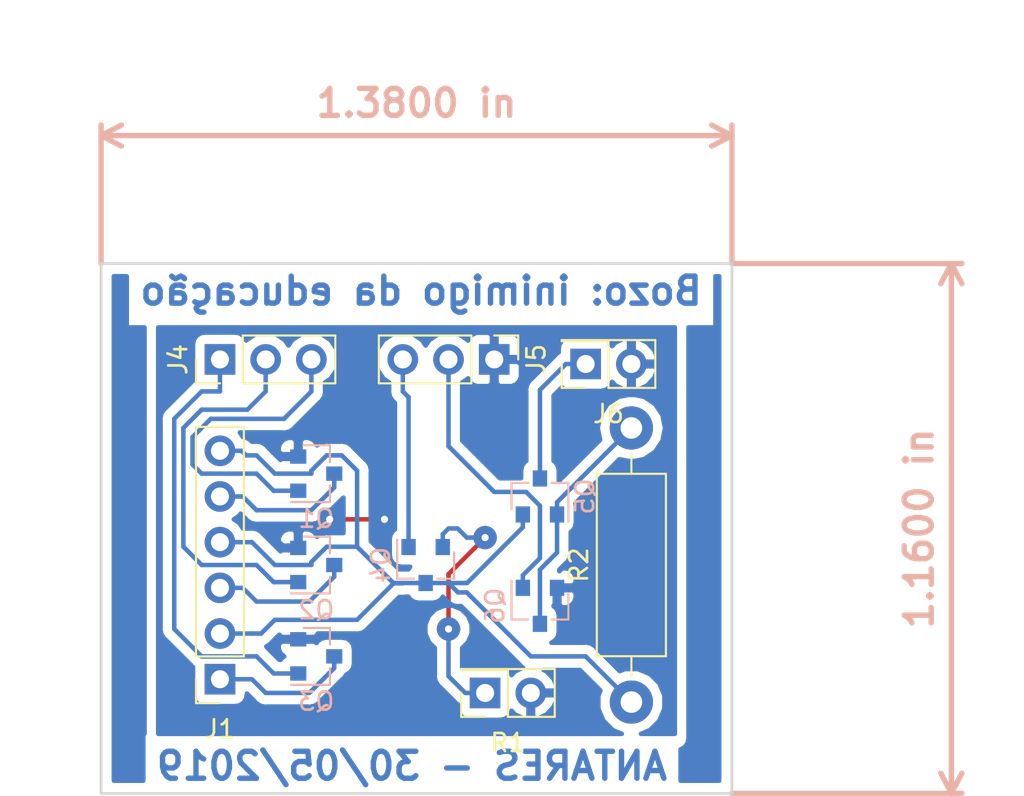
<source format=kicad_pcb>
(kicad_pcb (version 20171130) (host pcbnew 5.0.2-bee76a0~70~ubuntu16.04.1)

  (general
    (thickness 1.6)
    (drawings 8)
    (tracks 121)
    (zones 0)
    (modules 12)
    (nets 14)
  )

  (page A4)
  (layers
    (0 F.Cu signal)
    (31 B.Cu signal)
    (32 B.Adhes user)
    (33 F.Adhes user)
    (34 B.Paste user)
    (35 F.Paste user)
    (36 B.SilkS user)
    (37 F.SilkS user)
    (38 B.Mask user)
    (39 F.Mask user)
    (40 Dwgs.User user)
    (41 Cmts.User user)
    (42 Eco1.User user)
    (43 Eco2.User user)
    (44 Edge.Cuts user)
    (45 Margin user)
    (46 B.CrtYd user)
    (47 F.CrtYd user)
    (48 B.Fab user)
    (49 F.Fab user)
  )

  (setup
    (last_trace_width 0.25)
    (trace_clearance 0.2)
    (zone_clearance 0.508)
    (zone_45_only no)
    (trace_min 0.2)
    (segment_width 0.2)
    (edge_width 0.15)
    (via_size 0.8)
    (via_drill 0.4)
    (via_min_size 0.4)
    (via_min_drill 0.3)
    (uvia_size 0.3)
    (uvia_drill 0.1)
    (uvias_allowed no)
    (uvia_min_size 0.2)
    (uvia_min_drill 0.1)
    (pcb_text_width 0.3)
    (pcb_text_size 1.5 1.5)
    (mod_edge_width 0.15)
    (mod_text_size 1 1)
    (mod_text_width 0.15)
    (pad_size 1.524 1.524)
    (pad_drill 0.762)
    (pad_to_mask_clearance 0.051)
    (solder_mask_min_width 0.25)
    (aux_axis_origin 0 0)
    (visible_elements FFFFFF7F)
    (pcbplotparams
      (layerselection 0x010fc_ffffffff)
      (usegerberextensions false)
      (usegerberattributes false)
      (usegerberadvancedattributes false)
      (creategerberjobfile false)
      (excludeedgelayer true)
      (linewidth 0.100000)
      (plotframeref false)
      (viasonmask false)
      (mode 1)
      (useauxorigin false)
      (hpglpennumber 1)
      (hpglpenspeed 20)
      (hpglpendiameter 15.000000)
      (psnegative false)
      (psa4output false)
      (plotreference true)
      (plotvalue true)
      (plotinvisibletext false)
      (padsonsilk false)
      (subtractmaskfromsilk false)
      (outputformat 1)
      (mirror false)
      (drillshape 1)
      (scaleselection 1)
      (outputdirectory ""))
  )

  (net 0 "")
  (net 1 SollarCell3)
  (net 2 SollarCell2)
  (net 3 SollarCell1)
  (net 4 IO_SHUNT)
  (net 5 IO_HARV)
  (net 6 GND)
  (net 7 "Net-(J6-Pad1)")
  (net 8 SHUNT)
  (net 9 "Net-(Q5-Pad1)")
  (net 10 cell3-)
  (net 11 cell1+)
  (net 12 cell2-)
  (net 13 cell1-)

  (net_class Default "This is the default net class."
    (clearance 0.2)
    (trace_width 0.25)
    (via_dia 0.8)
    (via_drill 0.4)
    (uvia_dia 0.3)
    (uvia_drill 0.1)
    (add_net GND)
    (add_net IO_HARV)
    (add_net IO_SHUNT)
    (add_net "Net-(J6-Pad1)")
    (add_net "Net-(Q5-Pad1)")
    (add_net SHUNT)
    (add_net SollarCell1)
    (add_net SollarCell2)
    (add_net SollarCell3)
    (add_net cell1+)
    (add_net cell1-)
    (add_net cell2-)
    (add_net cell3-)
  )

  (module Connector_PinSocket_2.54mm:PinSocket_2x01_P2.54mm_Vertical (layer F.Cu) (tedit 5A19A420) (tstamp 5CFB7C97)
    (at 144.78 87.884 180)
    (descr "Through hole straight socket strip, 2x01, 2.54mm pitch, double cols (from Kicad 4.0.7), script generated")
    (tags "Through hole socket strip THT 2x01 2.54mm double row")
    (path /5CEEF696)
    (fp_text reference J6 (at -1.27 -2.77 180) (layer F.SilkS)
      (effects (font (size 1 1) (thickness 0.15)))
    )
    (fp_text value LOAD (at -1.27 2.77 180) (layer F.Fab)
      (effects (font (size 1 1) (thickness 0.15)))
    )
    (fp_text user %R (at -1.27 0 180) (layer F.Fab)
      (effects (font (size 1 1) (thickness 0.15)))
    )
    (fp_line (start -4.34 1.75) (end -4.34 -1.8) (layer F.CrtYd) (width 0.05))
    (fp_line (start 1.76 1.75) (end -4.34 1.75) (layer F.CrtYd) (width 0.05))
    (fp_line (start 1.76 -1.8) (end 1.76 1.75) (layer F.CrtYd) (width 0.05))
    (fp_line (start -4.34 -1.8) (end 1.76 -1.8) (layer F.CrtYd) (width 0.05))
    (fp_line (start 0 -1.33) (end 1.33 -1.33) (layer F.SilkS) (width 0.12))
    (fp_line (start 1.33 -1.33) (end 1.33 0) (layer F.SilkS) (width 0.12))
    (fp_line (start -1.27 -1.33) (end -1.27 1.27) (layer F.SilkS) (width 0.12))
    (fp_line (start -1.27 1.27) (end 1.33 1.27) (layer F.SilkS) (width 0.12))
    (fp_line (start 1.33 1.27) (end 1.33 1.33) (layer F.SilkS) (width 0.12))
    (fp_line (start -3.87 1.33) (end 1.33 1.33) (layer F.SilkS) (width 0.12))
    (fp_line (start -3.87 -1.33) (end -3.87 1.33) (layer F.SilkS) (width 0.12))
    (fp_line (start -3.87 -1.33) (end -1.27 -1.33) (layer F.SilkS) (width 0.12))
    (fp_line (start -3.81 1.27) (end -3.81 -1.27) (layer F.Fab) (width 0.1))
    (fp_line (start 1.27 1.27) (end -3.81 1.27) (layer F.Fab) (width 0.1))
    (fp_line (start 1.27 -0.635) (end 1.27 1.27) (layer F.Fab) (width 0.1))
    (fp_line (start 0.635 -1.27) (end 1.27 -0.635) (layer F.Fab) (width 0.1))
    (fp_line (start -3.81 -1.27) (end 0.635 -1.27) (layer F.Fab) (width 0.1))
    (pad 2 thru_hole oval (at -2.54 0 180) (size 1.7 1.7) (drill 1) (layers *.Cu *.Mask)
      (net 6 GND))
    (pad 1 thru_hole rect (at 0 0 180) (size 1.7 1.7) (drill 1) (layers *.Cu *.Mask)
      (net 7 "Net-(J6-Pad1)"))
    (model ${KISYS3DMOD}/Connector_PinSocket_2.54mm.3dshapes/PinSocket_2x01_P2.54mm_Vertical.wrl
      (at (xyz 0 0 0))
      (scale (xyz 1 1 1))
      (rotate (xyz 0 0 0))
    )
  )

  (module Package_TO_SOT_SMD:SOT-23 (layer B.Cu) (tedit 5A02FF57) (tstamp 5CFB7CAC)
    (at 129.81 93.98)
    (descr "SOT-23, Standard")
    (tags SOT-23)
    (path /5CEFBD52)
    (attr smd)
    (fp_text reference Q1 (at 0 2.5) (layer B.SilkS)
      (effects (font (size 1 1) (thickness 0.15)) (justify mirror))
    )
    (fp_text value Q_NMOS_GSD (at 0 -2.5) (layer B.Fab)
      (effects (font (size 1 1) (thickness 0.15)) (justify mirror))
    )
    (fp_text user %R (at 0 0 -90) (layer B.Fab)
      (effects (font (size 0.5 0.5) (thickness 0.075)) (justify mirror))
    )
    (fp_line (start -0.7 0.95) (end -0.7 -1.5) (layer B.Fab) (width 0.1))
    (fp_line (start -0.15 1.52) (end 0.7 1.52) (layer B.Fab) (width 0.1))
    (fp_line (start -0.7 0.95) (end -0.15 1.52) (layer B.Fab) (width 0.1))
    (fp_line (start 0.7 1.52) (end 0.7 -1.52) (layer B.Fab) (width 0.1))
    (fp_line (start -0.7 -1.52) (end 0.7 -1.52) (layer B.Fab) (width 0.1))
    (fp_line (start 0.76 -1.58) (end 0.76 -0.65) (layer B.SilkS) (width 0.12))
    (fp_line (start 0.76 1.58) (end 0.76 0.65) (layer B.SilkS) (width 0.12))
    (fp_line (start -1.7 1.75) (end 1.7 1.75) (layer B.CrtYd) (width 0.05))
    (fp_line (start 1.7 1.75) (end 1.7 -1.75) (layer B.CrtYd) (width 0.05))
    (fp_line (start 1.7 -1.75) (end -1.7 -1.75) (layer B.CrtYd) (width 0.05))
    (fp_line (start -1.7 -1.75) (end -1.7 1.75) (layer B.CrtYd) (width 0.05))
    (fp_line (start 0.76 1.58) (end -1.4 1.58) (layer B.SilkS) (width 0.12))
    (fp_line (start 0.76 -1.58) (end -0.7 -1.58) (layer B.SilkS) (width 0.12))
    (pad 1 smd rect (at -1 0.95) (size 0.9 0.8) (layers B.Cu B.Paste B.Mask)
      (net 3 SollarCell1))
    (pad 2 smd rect (at -1 -0.95) (size 0.9 0.8) (layers B.Cu B.Paste B.Mask)
      (net 6 GND))
    (pad 3 smd rect (at 1 0) (size 0.9 0.8) (layers B.Cu B.Paste B.Mask)
      (net 13 cell1-))
    (model ${KISYS3DMOD}/Package_TO_SOT_SMD.3dshapes/SOT-23.wrl
      (at (xyz 0 0 0))
      (scale (xyz 1 1 1))
      (rotate (xyz 0 0 0))
    )
  )

  (module Package_TO_SOT_SMD:SOT-23 (layer B.Cu) (tedit 5A02FF57) (tstamp 5CFB8510)
    (at 129.81 99.06)
    (descr "SOT-23, Standard")
    (tags SOT-23)
    (path /5CEFBCFC)
    (attr smd)
    (fp_text reference Q2 (at 0 2.5) (layer B.SilkS)
      (effects (font (size 1 1) (thickness 0.15)) (justify mirror))
    )
    (fp_text value Q_NMOS_GSD (at 0 -2.5) (layer B.Fab)
      (effects (font (size 1 1) (thickness 0.15)) (justify mirror))
    )
    (fp_line (start 0.76 -1.58) (end -0.7 -1.58) (layer B.SilkS) (width 0.12))
    (fp_line (start 0.76 1.58) (end -1.4 1.58) (layer B.SilkS) (width 0.12))
    (fp_line (start -1.7 -1.75) (end -1.7 1.75) (layer B.CrtYd) (width 0.05))
    (fp_line (start 1.7 -1.75) (end -1.7 -1.75) (layer B.CrtYd) (width 0.05))
    (fp_line (start 1.7 1.75) (end 1.7 -1.75) (layer B.CrtYd) (width 0.05))
    (fp_line (start -1.7 1.75) (end 1.7 1.75) (layer B.CrtYd) (width 0.05))
    (fp_line (start 0.76 1.58) (end 0.76 0.65) (layer B.SilkS) (width 0.12))
    (fp_line (start 0.76 -1.58) (end 0.76 -0.65) (layer B.SilkS) (width 0.12))
    (fp_line (start -0.7 -1.52) (end 0.7 -1.52) (layer B.Fab) (width 0.1))
    (fp_line (start 0.7 1.52) (end 0.7 -1.52) (layer B.Fab) (width 0.1))
    (fp_line (start -0.7 0.95) (end -0.15 1.52) (layer B.Fab) (width 0.1))
    (fp_line (start -0.15 1.52) (end 0.7 1.52) (layer B.Fab) (width 0.1))
    (fp_line (start -0.7 0.95) (end -0.7 -1.5) (layer B.Fab) (width 0.1))
    (fp_text user %R (at 0 0 -90) (layer B.Fab)
      (effects (font (size 0.5 0.5) (thickness 0.075)) (justify mirror))
    )
    (pad 3 smd rect (at 1 0) (size 0.9 0.8) (layers B.Cu B.Paste B.Mask)
      (net 12 cell2-))
    (pad 2 smd rect (at -1 -0.95) (size 0.9 0.8) (layers B.Cu B.Paste B.Mask)
      (net 6 GND))
    (pad 1 smd rect (at -1 0.95) (size 0.9 0.8) (layers B.Cu B.Paste B.Mask)
      (net 2 SollarCell2))
    (model ${KISYS3DMOD}/Package_TO_SOT_SMD.3dshapes/SOT-23.wrl
      (at (xyz 0 0 0))
      (scale (xyz 1 1 1))
      (rotate (xyz 0 0 0))
    )
  )

  (module Package_TO_SOT_SMD:SOT-23 (layer B.Cu) (tedit 5A02FF57) (tstamp 5CFB7CD6)
    (at 129.81 104.14)
    (descr "SOT-23, Standard")
    (tags SOT-23)
    (path /5CEFBCA4)
    (attr smd)
    (fp_text reference Q3 (at 0 2.5) (layer B.SilkS)
      (effects (font (size 1 1) (thickness 0.15)) (justify mirror))
    )
    (fp_text value Q_NMOS_GSD (at 0 -2.5) (layer B.Fab)
      (effects (font (size 1 1) (thickness 0.15)) (justify mirror))
    )
    (fp_text user %R (at 0 0 -90) (layer B.Fab)
      (effects (font (size 0.5 0.5) (thickness 0.075)) (justify mirror))
    )
    (fp_line (start -0.7 0.95) (end -0.7 -1.5) (layer B.Fab) (width 0.1))
    (fp_line (start -0.15 1.52) (end 0.7 1.52) (layer B.Fab) (width 0.1))
    (fp_line (start -0.7 0.95) (end -0.15 1.52) (layer B.Fab) (width 0.1))
    (fp_line (start 0.7 1.52) (end 0.7 -1.52) (layer B.Fab) (width 0.1))
    (fp_line (start -0.7 -1.52) (end 0.7 -1.52) (layer B.Fab) (width 0.1))
    (fp_line (start 0.76 -1.58) (end 0.76 -0.65) (layer B.SilkS) (width 0.12))
    (fp_line (start 0.76 1.58) (end 0.76 0.65) (layer B.SilkS) (width 0.12))
    (fp_line (start -1.7 1.75) (end 1.7 1.75) (layer B.CrtYd) (width 0.05))
    (fp_line (start 1.7 1.75) (end 1.7 -1.75) (layer B.CrtYd) (width 0.05))
    (fp_line (start 1.7 -1.75) (end -1.7 -1.75) (layer B.CrtYd) (width 0.05))
    (fp_line (start -1.7 -1.75) (end -1.7 1.75) (layer B.CrtYd) (width 0.05))
    (fp_line (start 0.76 1.58) (end -1.4 1.58) (layer B.SilkS) (width 0.12))
    (fp_line (start 0.76 -1.58) (end -0.7 -1.58) (layer B.SilkS) (width 0.12))
    (pad 1 smd rect (at -1 0.95) (size 0.9 0.8) (layers B.Cu B.Paste B.Mask)
      (net 1 SollarCell3))
    (pad 2 smd rect (at -1 -0.95) (size 0.9 0.8) (layers B.Cu B.Paste B.Mask)
      (net 6 GND))
    (pad 3 smd rect (at 1 0) (size 0.9 0.8) (layers B.Cu B.Paste B.Mask)
      (net 10 cell3-))
    (model ${KISYS3DMOD}/Package_TO_SOT_SMD.3dshapes/SOT-23.wrl
      (at (xyz 0 0 0))
      (scale (xyz 1 1 1))
      (rotate (xyz 0 0 0))
    )
  )

  (module Package_TO_SOT_SMD:SOT-23 (layer B.Cu) (tedit 5A02FF57) (tstamp 5CFB8575)
    (at 135.89 99.06 270)
    (descr "SOT-23, Standard")
    (tags SOT-23)
    (path /5CEFBDA6)
    (attr smd)
    (fp_text reference Q4 (at 0 2.5 270) (layer B.SilkS)
      (effects (font (size 1 1) (thickness 0.15)) (justify mirror))
    )
    (fp_text value Q_NMOS_GSD (at 0 -2.5 270) (layer B.Fab)
      (effects (font (size 1 1) (thickness 0.15)) (justify mirror))
    )
    (fp_line (start 0.76 -1.58) (end -0.7 -1.58) (layer B.SilkS) (width 0.12))
    (fp_line (start 0.76 1.58) (end -1.4 1.58) (layer B.SilkS) (width 0.12))
    (fp_line (start -1.7 -1.75) (end -1.7 1.75) (layer B.CrtYd) (width 0.05))
    (fp_line (start 1.7 -1.75) (end -1.7 -1.75) (layer B.CrtYd) (width 0.05))
    (fp_line (start 1.7 1.75) (end 1.7 -1.75) (layer B.CrtYd) (width 0.05))
    (fp_line (start -1.7 1.75) (end 1.7 1.75) (layer B.CrtYd) (width 0.05))
    (fp_line (start 0.76 1.58) (end 0.76 0.65) (layer B.SilkS) (width 0.12))
    (fp_line (start 0.76 -1.58) (end 0.76 -0.65) (layer B.SilkS) (width 0.12))
    (fp_line (start -0.7 -1.52) (end 0.7 -1.52) (layer B.Fab) (width 0.1))
    (fp_line (start 0.7 1.52) (end 0.7 -1.52) (layer B.Fab) (width 0.1))
    (fp_line (start -0.7 0.95) (end -0.15 1.52) (layer B.Fab) (width 0.1))
    (fp_line (start -0.15 1.52) (end 0.7 1.52) (layer B.Fab) (width 0.1))
    (fp_line (start -0.7 0.95) (end -0.7 -1.5) (layer B.Fab) (width 0.1))
    (fp_text user %R (at 0 0 180) (layer B.Fab)
      (effects (font (size 0.5 0.5) (thickness 0.075)) (justify mirror))
    )
    (pad 3 smd rect (at 1 0 270) (size 0.9 0.8) (layers B.Cu B.Paste B.Mask)
      (net 11 cell1+))
    (pad 2 smd rect (at -1 -0.95 270) (size 0.9 0.8) (layers B.Cu B.Paste B.Mask)
      (net 8 SHUNT))
    (pad 1 smd rect (at -1 0.95 270) (size 0.9 0.8) (layers B.Cu B.Paste B.Mask)
      (net 4 IO_SHUNT))
    (model ${KISYS3DMOD}/Package_TO_SOT_SMD.3dshapes/SOT-23.wrl
      (at (xyz 0 0 0))
      (scale (xyz 1 1 1))
      (rotate (xyz 0 0 0))
    )
  )

  (module Package_TO_SOT_SMD:SOT-23 (layer B.Cu) (tedit 5A02FF57) (tstamp 5CFB7D00)
    (at 142.24 95.25 90)
    (descr "SOT-23, Standard")
    (tags SOT-23)
    (path /5CEFBF00)
    (attr smd)
    (fp_text reference Q5 (at 0 2.5 90) (layer B.SilkS)
      (effects (font (size 1 1) (thickness 0.15)) (justify mirror))
    )
    (fp_text value Q_PMOS_GSD (at 0 -2.5 90) (layer B.Fab)
      (effects (font (size 1 1) (thickness 0.15)) (justify mirror))
    )
    (fp_line (start 0.76 -1.58) (end -0.7 -1.58) (layer B.SilkS) (width 0.12))
    (fp_line (start 0.76 1.58) (end -1.4 1.58) (layer B.SilkS) (width 0.12))
    (fp_line (start -1.7 -1.75) (end -1.7 1.75) (layer B.CrtYd) (width 0.05))
    (fp_line (start 1.7 -1.75) (end -1.7 -1.75) (layer B.CrtYd) (width 0.05))
    (fp_line (start 1.7 1.75) (end 1.7 -1.75) (layer B.CrtYd) (width 0.05))
    (fp_line (start -1.7 1.75) (end 1.7 1.75) (layer B.CrtYd) (width 0.05))
    (fp_line (start 0.76 1.58) (end 0.76 0.65) (layer B.SilkS) (width 0.12))
    (fp_line (start 0.76 -1.58) (end 0.76 -0.65) (layer B.SilkS) (width 0.12))
    (fp_line (start -0.7 -1.52) (end 0.7 -1.52) (layer B.Fab) (width 0.1))
    (fp_line (start 0.7 1.52) (end 0.7 -1.52) (layer B.Fab) (width 0.1))
    (fp_line (start -0.7 0.95) (end -0.15 1.52) (layer B.Fab) (width 0.1))
    (fp_line (start -0.15 1.52) (end 0.7 1.52) (layer B.Fab) (width 0.1))
    (fp_line (start -0.7 0.95) (end -0.7 -1.5) (layer B.Fab) (width 0.1))
    (fp_text user %R (at 0 0) (layer B.Fab)
      (effects (font (size 0.5 0.5) (thickness 0.075)) (justify mirror))
    )
    (pad 3 smd rect (at 1 0 90) (size 0.9 0.8) (layers B.Cu B.Paste B.Mask)
      (net 7 "Net-(J6-Pad1)"))
    (pad 2 smd rect (at -1 -0.95 90) (size 0.9 0.8) (layers B.Cu B.Paste B.Mask)
      (net 11 cell1+))
    (pad 1 smd rect (at -1 0.95 90) (size 0.9 0.8) (layers B.Cu B.Paste B.Mask)
      (net 9 "Net-(Q5-Pad1)"))
    (model ${KISYS3DMOD}/Package_TO_SOT_SMD.3dshapes/SOT-23.wrl
      (at (xyz 0 0 0))
      (scale (xyz 1 1 1))
      (rotate (xyz 0 0 0))
    )
  )

  (module Package_TO_SOT_SMD:SOT-23 (layer B.Cu) (tedit 5A02FF57) (tstamp 5CFB7D15)
    (at 142.24 101.33 270)
    (descr "SOT-23, Standard")
    (tags SOT-23)
    (path /5CEFBE00)
    (attr smd)
    (fp_text reference Q6 (at 0 2.5 270) (layer B.SilkS)
      (effects (font (size 1 1) (thickness 0.15)) (justify mirror))
    )
    (fp_text value Q_NMOS_GSD (at 0 -2.5 270) (layer B.Fab)
      (effects (font (size 1 1) (thickness 0.15)) (justify mirror))
    )
    (fp_text user %R (at 0 0 180) (layer B.Fab)
      (effects (font (size 0.5 0.5) (thickness 0.075)) (justify mirror))
    )
    (fp_line (start -0.7 0.95) (end -0.7 -1.5) (layer B.Fab) (width 0.1))
    (fp_line (start -0.15 1.52) (end 0.7 1.52) (layer B.Fab) (width 0.1))
    (fp_line (start -0.7 0.95) (end -0.15 1.52) (layer B.Fab) (width 0.1))
    (fp_line (start 0.7 1.52) (end 0.7 -1.52) (layer B.Fab) (width 0.1))
    (fp_line (start -0.7 -1.52) (end 0.7 -1.52) (layer B.Fab) (width 0.1))
    (fp_line (start 0.76 -1.58) (end 0.76 -0.65) (layer B.SilkS) (width 0.12))
    (fp_line (start 0.76 1.58) (end 0.76 0.65) (layer B.SilkS) (width 0.12))
    (fp_line (start -1.7 1.75) (end 1.7 1.75) (layer B.CrtYd) (width 0.05))
    (fp_line (start 1.7 1.75) (end 1.7 -1.75) (layer B.CrtYd) (width 0.05))
    (fp_line (start 1.7 -1.75) (end -1.7 -1.75) (layer B.CrtYd) (width 0.05))
    (fp_line (start -1.7 -1.75) (end -1.7 1.75) (layer B.CrtYd) (width 0.05))
    (fp_line (start 0.76 1.58) (end -1.4 1.58) (layer B.SilkS) (width 0.12))
    (fp_line (start 0.76 -1.58) (end -0.7 -1.58) (layer B.SilkS) (width 0.12))
    (pad 1 smd rect (at -1 0.95 270) (size 0.9 0.8) (layers B.Cu B.Paste B.Mask)
      (net 5 IO_HARV))
    (pad 2 smd rect (at -1 -0.95 270) (size 0.9 0.8) (layers B.Cu B.Paste B.Mask)
      (net 6 GND))
    (pad 3 smd rect (at 1 0 270) (size 0.9 0.8) (layers B.Cu B.Paste B.Mask)
      (net 9 "Net-(Q5-Pad1)"))
    (model ${KISYS3DMOD}/Package_TO_SOT_SMD.3dshapes/SOT-23.wrl
      (at (xyz 0 0 0))
      (scale (xyz 1 1 1))
      (rotate (xyz 0 0 0))
    )
  )

  (module Connector_PinSocket_2.54mm:PinSocket_2x01_P2.54mm_Vertical (layer F.Cu) (tedit 5A19A420) (tstamp 5CFB7D2D)
    (at 139.192 106.172 180)
    (descr "Through hole straight socket strip, 2x01, 2.54mm pitch, double cols (from Kicad 4.0.7), script generated")
    (tags "Through hole socket strip THT 2x01 2.54mm double row")
    (path /5CEEEB0A)
    (fp_text reference R1 (at -1.27 -2.77 180) (layer F.SilkS)
      (effects (font (size 1 1) (thickness 0.15)))
    )
    (fp_text value Rshunt (at -1.27 2.77 180) (layer F.Fab)
      (effects (font (size 1 1) (thickness 0.15)))
    )
    (fp_text user %R (at -1.27 0 180) (layer F.Fab)
      (effects (font (size 1 1) (thickness 0.15)))
    )
    (fp_line (start -4.34 1.75) (end -4.34 -1.8) (layer F.CrtYd) (width 0.05))
    (fp_line (start 1.76 1.75) (end -4.34 1.75) (layer F.CrtYd) (width 0.05))
    (fp_line (start 1.76 -1.8) (end 1.76 1.75) (layer F.CrtYd) (width 0.05))
    (fp_line (start -4.34 -1.8) (end 1.76 -1.8) (layer F.CrtYd) (width 0.05))
    (fp_line (start 0 -1.33) (end 1.33 -1.33) (layer F.SilkS) (width 0.12))
    (fp_line (start 1.33 -1.33) (end 1.33 0) (layer F.SilkS) (width 0.12))
    (fp_line (start -1.27 -1.33) (end -1.27 1.27) (layer F.SilkS) (width 0.12))
    (fp_line (start -1.27 1.27) (end 1.33 1.27) (layer F.SilkS) (width 0.12))
    (fp_line (start 1.33 1.27) (end 1.33 1.33) (layer F.SilkS) (width 0.12))
    (fp_line (start -3.87 1.33) (end 1.33 1.33) (layer F.SilkS) (width 0.12))
    (fp_line (start -3.87 -1.33) (end -3.87 1.33) (layer F.SilkS) (width 0.12))
    (fp_line (start -3.87 -1.33) (end -1.27 -1.33) (layer F.SilkS) (width 0.12))
    (fp_line (start -3.81 1.27) (end -3.81 -1.27) (layer F.Fab) (width 0.1))
    (fp_line (start 1.27 1.27) (end -3.81 1.27) (layer F.Fab) (width 0.1))
    (fp_line (start 1.27 -0.635) (end 1.27 1.27) (layer F.Fab) (width 0.1))
    (fp_line (start 0.635 -1.27) (end 1.27 -0.635) (layer F.Fab) (width 0.1))
    (fp_line (start -3.81 -1.27) (end 0.635 -1.27) (layer F.Fab) (width 0.1))
    (pad 2 thru_hole oval (at -2.54 0 180) (size 1.7 1.7) (drill 1) (layers *.Cu *.Mask)
      (net 6 GND))
    (pad 1 thru_hole rect (at 0 0 180) (size 1.7 1.7) (drill 1) (layers *.Cu *.Mask)
      (net 8 SHUNT))
    (model ${KISYS3DMOD}/Connector_PinSocket_2.54mm.3dshapes/PinSocket_2x01_P2.54mm_Vertical.wrl
      (at (xyz 0 0 0))
      (scale (xyz 1 1 1))
      (rotate (xyz 0 0 0))
    )
  )

  (module Connector_PinSocket_2.54mm:PinSocket_1x06_P2.54mm_Vertical (layer F.Cu) (tedit 5A19A430) (tstamp 5CFBB635)
    (at 124.46 105.41 180)
    (descr "Through hole straight socket strip, 1x06, 2.54mm pitch, single row (from Kicad 4.0.7), script generated")
    (tags "Through hole socket strip THT 1x06 2.54mm single row")
    (path /5CEF5F63)
    (fp_text reference J1 (at 0 -2.77 180) (layer F.SilkS)
      (effects (font (size 1 1) (thickness 0.15)))
    )
    (fp_text value SOLAR_CELL (at 7.62 5.08 180) (layer F.Fab)
      (effects (font (size 1 1) (thickness 0.15)))
    )
    (fp_line (start -1.27 -1.27) (end 0.635 -1.27) (layer F.Fab) (width 0.1))
    (fp_line (start 0.635 -1.27) (end 1.27 -0.635) (layer F.Fab) (width 0.1))
    (fp_line (start 1.27 -0.635) (end 1.27 13.97) (layer F.Fab) (width 0.1))
    (fp_line (start 1.27 13.97) (end -1.27 13.97) (layer F.Fab) (width 0.1))
    (fp_line (start -1.27 13.97) (end -1.27 -1.27) (layer F.Fab) (width 0.1))
    (fp_line (start -1.33 1.27) (end 1.33 1.27) (layer F.SilkS) (width 0.12))
    (fp_line (start -1.33 1.27) (end -1.33 14.03) (layer F.SilkS) (width 0.12))
    (fp_line (start -1.33 14.03) (end 1.33 14.03) (layer F.SilkS) (width 0.12))
    (fp_line (start 1.33 1.27) (end 1.33 14.03) (layer F.SilkS) (width 0.12))
    (fp_line (start 1.33 -1.33) (end 1.33 0) (layer F.SilkS) (width 0.12))
    (fp_line (start 0 -1.33) (end 1.33 -1.33) (layer F.SilkS) (width 0.12))
    (fp_line (start -1.8 -1.8) (end 1.75 -1.8) (layer F.CrtYd) (width 0.05))
    (fp_line (start 1.75 -1.8) (end 1.75 14.45) (layer F.CrtYd) (width 0.05))
    (fp_line (start 1.75 14.45) (end -1.8 14.45) (layer F.CrtYd) (width 0.05))
    (fp_line (start -1.8 14.45) (end -1.8 -1.8) (layer F.CrtYd) (width 0.05))
    (fp_text user %R (at 0 6.35 270) (layer F.Fab)
      (effects (font (size 1 1) (thickness 0.15)))
    )
    (pad 1 thru_hole rect (at 0 0 180) (size 1.7 1.7) (drill 1) (layers *.Cu *.Mask)
      (net 10 cell3-))
    (pad 2 thru_hole oval (at 0 2.54 180) (size 1.7 1.7) (drill 1) (layers *.Cu *.Mask)
      (net 11 cell1+))
    (pad 3 thru_hole oval (at 0 5.08 180) (size 1.7 1.7) (drill 1) (layers *.Cu *.Mask)
      (net 12 cell2-))
    (pad 4 thru_hole oval (at 0 7.62 180) (size 1.7 1.7) (drill 1) (layers *.Cu *.Mask)
      (net 11 cell1+))
    (pad 5 thru_hole oval (at 0 10.16 180) (size 1.7 1.7) (drill 1) (layers *.Cu *.Mask)
      (net 13 cell1-))
    (pad 6 thru_hole oval (at 0 12.7 180) (size 1.7 1.7) (drill 1) (layers *.Cu *.Mask)
      (net 11 cell1+))
    (model ${KISYS3DMOD}/Connector_PinSocket_2.54mm.3dshapes/PinSocket_1x06_P2.54mm_Vertical.wrl
      (at (xyz 0 0 0))
      (scale (xyz 1 1 1))
      (rotate (xyz 0 0 0))
    )
  )

  (module Connector_PinHeader_2.54mm:PinHeader_1x03_P2.54mm_Vertical (layer F.Cu) (tedit 59FED5CC) (tstamp 5CFBB64E)
    (at 124.46 87.63 90)
    (descr "Through hole straight pin header, 1x03, 2.54mm pitch, single row")
    (tags "Through hole pin header THT 1x03 2.54mm single row")
    (path /5CEEE63E)
    (fp_text reference J4 (at 0 -2.33 90) (layer F.SilkS)
      (effects (font (size 1 1) (thickness 0.15)))
    )
    (fp_text value CONTROL_SOLAR_CELL (at 11.43 1.27 90) (layer F.Fab)
      (effects (font (size 1 1) (thickness 0.15)))
    )
    (fp_line (start -0.635 -1.27) (end 1.27 -1.27) (layer F.Fab) (width 0.1))
    (fp_line (start 1.27 -1.27) (end 1.27 6.35) (layer F.Fab) (width 0.1))
    (fp_line (start 1.27 6.35) (end -1.27 6.35) (layer F.Fab) (width 0.1))
    (fp_line (start -1.27 6.35) (end -1.27 -0.635) (layer F.Fab) (width 0.1))
    (fp_line (start -1.27 -0.635) (end -0.635 -1.27) (layer F.Fab) (width 0.1))
    (fp_line (start -1.33 6.41) (end 1.33 6.41) (layer F.SilkS) (width 0.12))
    (fp_line (start -1.33 1.27) (end -1.33 6.41) (layer F.SilkS) (width 0.12))
    (fp_line (start 1.33 1.27) (end 1.33 6.41) (layer F.SilkS) (width 0.12))
    (fp_line (start -1.33 1.27) (end 1.33 1.27) (layer F.SilkS) (width 0.12))
    (fp_line (start -1.33 0) (end -1.33 -1.33) (layer F.SilkS) (width 0.12))
    (fp_line (start -1.33 -1.33) (end 0 -1.33) (layer F.SilkS) (width 0.12))
    (fp_line (start -1.8 -1.8) (end -1.8 6.85) (layer F.CrtYd) (width 0.05))
    (fp_line (start -1.8 6.85) (end 1.8 6.85) (layer F.CrtYd) (width 0.05))
    (fp_line (start 1.8 6.85) (end 1.8 -1.8) (layer F.CrtYd) (width 0.05))
    (fp_line (start 1.8 -1.8) (end -1.8 -1.8) (layer F.CrtYd) (width 0.05))
    (fp_text user %R (at 0 2.54 180) (layer F.Fab)
      (effects (font (size 1 1) (thickness 0.15)))
    )
    (pad 1 thru_hole rect (at 0 0 90) (size 1.7 1.7) (drill 1) (layers *.Cu *.Mask)
      (net 1 SollarCell3))
    (pad 2 thru_hole oval (at 0 2.54 90) (size 1.7 1.7) (drill 1) (layers *.Cu *.Mask)
      (net 2 SollarCell2))
    (pad 3 thru_hole oval (at 0 5.08 90) (size 1.7 1.7) (drill 1) (layers *.Cu *.Mask)
      (net 3 SollarCell1))
    (model ${KISYS3DMOD}/Connector_PinHeader_2.54mm.3dshapes/PinHeader_1x03_P2.54mm_Vertical.wrl
      (at (xyz 0 0 0))
      (scale (xyz 1 1 1))
      (rotate (xyz 0 0 0))
    )
  )

  (module Connector_PinHeader_2.54mm:PinHeader_1x03_P2.54mm_Vertical (layer F.Cu) (tedit 59FED5CC) (tstamp 5CFBB664)
    (at 139.7 87.63 270)
    (descr "Through hole straight pin header, 1x03, 2.54mm pitch, single row")
    (tags "Through hole pin header THT 1x03 2.54mm single row")
    (path /5CEF572C)
    (fp_text reference J5 (at 0 -2.33 270) (layer F.SilkS)
      (effects (font (size 1 1) (thickness 0.15)))
    )
    (fp_text value CONTROL_SHUNT_HARV (at -11.43 2.54 270) (layer F.Fab)
      (effects (font (size 1 1) (thickness 0.15)))
    )
    (fp_text user %R (at 0 2.54) (layer F.Fab)
      (effects (font (size 1 1) (thickness 0.15)))
    )
    (fp_line (start 1.8 -1.8) (end -1.8 -1.8) (layer F.CrtYd) (width 0.05))
    (fp_line (start 1.8 6.85) (end 1.8 -1.8) (layer F.CrtYd) (width 0.05))
    (fp_line (start -1.8 6.85) (end 1.8 6.85) (layer F.CrtYd) (width 0.05))
    (fp_line (start -1.8 -1.8) (end -1.8 6.85) (layer F.CrtYd) (width 0.05))
    (fp_line (start -1.33 -1.33) (end 0 -1.33) (layer F.SilkS) (width 0.12))
    (fp_line (start -1.33 0) (end -1.33 -1.33) (layer F.SilkS) (width 0.12))
    (fp_line (start -1.33 1.27) (end 1.33 1.27) (layer F.SilkS) (width 0.12))
    (fp_line (start 1.33 1.27) (end 1.33 6.41) (layer F.SilkS) (width 0.12))
    (fp_line (start -1.33 1.27) (end -1.33 6.41) (layer F.SilkS) (width 0.12))
    (fp_line (start -1.33 6.41) (end 1.33 6.41) (layer F.SilkS) (width 0.12))
    (fp_line (start -1.27 -0.635) (end -0.635 -1.27) (layer F.Fab) (width 0.1))
    (fp_line (start -1.27 6.35) (end -1.27 -0.635) (layer F.Fab) (width 0.1))
    (fp_line (start 1.27 6.35) (end -1.27 6.35) (layer F.Fab) (width 0.1))
    (fp_line (start 1.27 -1.27) (end 1.27 6.35) (layer F.Fab) (width 0.1))
    (fp_line (start -0.635 -1.27) (end 1.27 -1.27) (layer F.Fab) (width 0.1))
    (pad 3 thru_hole oval (at 0 5.08 270) (size 1.7 1.7) (drill 1) (layers *.Cu *.Mask)
      (net 4 IO_SHUNT))
    (pad 2 thru_hole oval (at 0 2.54 270) (size 1.7 1.7) (drill 1) (layers *.Cu *.Mask)
      (net 5 IO_HARV))
    (pad 1 thru_hole rect (at 0 0 270) (size 1.7 1.7) (drill 1) (layers *.Cu *.Mask)
      (net 6 GND))
    (model ${KISYS3DMOD}/Connector_PinHeader_2.54mm.3dshapes/PinHeader_1x03_P2.54mm_Vertical.wrl
      (at (xyz 0 0 0))
      (scale (xyz 1 1 1))
      (rotate (xyz 0 0 0))
    )
  )

  (module Resistor_THT:R_Axial_DIN0411_L9.9mm_D3.6mm_P15.24mm_Horizontal (layer F.Cu) (tedit 5AE5139B) (tstamp 5CFBB9E3)
    (at 147.32 106.68 90)
    (descr "Resistor, Axial_DIN0411 series, Axial, Horizontal, pin pitch=15.24mm, 1W, length*diameter=9.9*3.6mm^2")
    (tags "Resistor Axial_DIN0411 series Axial Horizontal pin pitch 15.24mm 1W length 9.9mm diameter 3.6mm")
    (path /5CEEEED2)
    (fp_text reference R2 (at 7.62 -2.92 90) (layer F.SilkS)
      (effects (font (size 1 1) (thickness 0.15)))
    )
    (fp_text value 1Meg (at 7.62 2.92 90) (layer F.Fab)
      (effects (font (size 1 1) (thickness 0.15)))
    )
    (fp_line (start 2.67 -1.8) (end 2.67 1.8) (layer F.Fab) (width 0.1))
    (fp_line (start 2.67 1.8) (end 12.57 1.8) (layer F.Fab) (width 0.1))
    (fp_line (start 12.57 1.8) (end 12.57 -1.8) (layer F.Fab) (width 0.1))
    (fp_line (start 12.57 -1.8) (end 2.67 -1.8) (layer F.Fab) (width 0.1))
    (fp_line (start 0 0) (end 2.67 0) (layer F.Fab) (width 0.1))
    (fp_line (start 15.24 0) (end 12.57 0) (layer F.Fab) (width 0.1))
    (fp_line (start 2.55 -1.92) (end 2.55 1.92) (layer F.SilkS) (width 0.12))
    (fp_line (start 2.55 1.92) (end 12.69 1.92) (layer F.SilkS) (width 0.12))
    (fp_line (start 12.69 1.92) (end 12.69 -1.92) (layer F.SilkS) (width 0.12))
    (fp_line (start 12.69 -1.92) (end 2.55 -1.92) (layer F.SilkS) (width 0.12))
    (fp_line (start 1.44 0) (end 2.55 0) (layer F.SilkS) (width 0.12))
    (fp_line (start 13.8 0) (end 12.69 0) (layer F.SilkS) (width 0.12))
    (fp_line (start -1.45 -2.05) (end -1.45 2.05) (layer F.CrtYd) (width 0.05))
    (fp_line (start -1.45 2.05) (end 16.69 2.05) (layer F.CrtYd) (width 0.05))
    (fp_line (start 16.69 2.05) (end 16.69 -2.05) (layer F.CrtYd) (width 0.05))
    (fp_line (start 16.69 -2.05) (end -1.45 -2.05) (layer F.CrtYd) (width 0.05))
    (fp_text user %R (at 7.62 0 90) (layer F.Fab)
      (effects (font (size 1 1) (thickness 0.15)))
    )
    (pad 1 thru_hole circle (at 0 0 90) (size 2.4 2.4) (drill 1.2) (layers *.Cu *.Mask)
      (net 11 cell1+))
    (pad 2 thru_hole oval (at 15.24 0 90) (size 2.4 2.4) (drill 1.2) (layers *.Cu *.Mask)
      (net 9 "Net-(Q5-Pad1)"))
    (model ${KISYS3DMOD}/Resistor_THT.3dshapes/R_Axial_DIN0411_L9.9mm_D3.6mm_P15.24mm_Horizontal.wrl
      (at (xyz 0 0 0))
      (scale (xyz 1 1 1))
      (rotate (xyz 0 0 0))
    )
  )

  (gr_text "Bozo: inimigo da educação" (at 135.636 83.82) (layer B.Cu)
    (effects (font (size 1.5 1.5) (thickness 0.3)) (justify mirror))
  )
  (gr_text "ANTARES - 30/05/2019" (at 135.128 110.236) (layer B.Cu)
    (effects (font (size 1.5 1.5) (thickness 0.3)) (justify mirror))
  )
  (gr_line (start 117.856 111.76) (end 117.856 82.296) (layer Edge.Cuts) (width 0.15))
  (gr_line (start 152.908 111.76) (end 117.856 111.76) (layer Edge.Cuts) (width 0.15))
  (gr_line (start 152.908 82.296) (end 152.908 111.76) (layer Edge.Cuts) (width 0.15))
  (gr_line (start 117.856 82.296) (end 152.908 82.296) (layer Edge.Cuts) (width 0.15))
  (dimension 35.052 (width 0.3) (layer B.SilkS)
    (gr_text "35,052 mm" (at 135.382 73.084) (layer B.SilkS)
      (effects (font (size 1.5 1.5) (thickness 0.3)))
    )
    (feature1 (pts (xy 117.856 82.296) (xy 117.856 74.597579)))
    (feature2 (pts (xy 152.908 82.296) (xy 152.908 74.597579)))
    (crossbar (pts (xy 152.908 75.184) (xy 117.856 75.184)))
    (arrow1a (pts (xy 117.856 75.184) (xy 118.982504 74.597579)))
    (arrow1b (pts (xy 117.856 75.184) (xy 118.982504 75.770421)))
    (arrow2a (pts (xy 152.908 75.184) (xy 151.781496 74.597579)))
    (arrow2b (pts (xy 152.908 75.184) (xy 151.781496 75.770421)))
  )
  (dimension 29.464 (width 0.3) (layer B.SilkS)
    (gr_text "29,464 mm" (at 167.2 97.028 90) (layer B.SilkS)
      (effects (font (size 1.5 1.5) (thickness 0.3)))
    )
    (feature1 (pts (xy 152.908 82.296) (xy 165.686421 82.296)))
    (feature2 (pts (xy 152.908 111.76) (xy 165.686421 111.76)))
    (crossbar (pts (xy 165.1 111.76) (xy 165.1 82.296)))
    (arrow1a (pts (xy 165.1 82.296) (xy 165.686421 83.422504)))
    (arrow1b (pts (xy 165.1 82.296) (xy 164.513579 83.422504)))
    (arrow2a (pts (xy 165.1 111.76) (xy 165.686421 110.633496)))
    (arrow2b (pts (xy 165.1 111.76) (xy 164.513579 110.633496)))
  )

  (segment (start 124.46 87.63) (end 124.46 89.408) (width 0.25) (layer B.Cu) (net 1))
  (segment (start 124.46 89.408) (end 123.444 89.408) (width 0.25) (layer B.Cu) (net 1))
  (segment (start 123.444 89.408) (end 121.92 90.932) (width 0.25) (layer B.Cu) (net 1))
  (segment (start 121.92 90.932) (end 121.92 102.616) (width 0.25) (layer B.Cu) (net 1))
  (segment (start 121.92 102.616) (end 123.444 104.14) (width 0.25) (layer B.Cu) (net 1))
  (segment (start 123.444 104.14) (end 126.492 104.14) (width 0.25) (layer B.Cu) (net 1))
  (segment (start 127.442 105.09) (end 128.81 105.09) (width 0.25) (layer B.Cu) (net 1))
  (segment (start 126.492 104.14) (end 127.442 105.09) (width 0.25) (layer B.Cu) (net 1))
  (segment (start 127.442 100.01) (end 128.81 100.01) (width 0.25) (layer B.Cu) (net 2))
  (segment (start 123.444 99.06) (end 126.492 99.06) (width 0.25) (layer B.Cu) (net 2))
  (segment (start 122.428 98.044) (end 123.444 99.06) (width 0.25) (layer B.Cu) (net 2))
  (segment (start 122.428 91.44) (end 122.428 98.044) (width 0.25) (layer B.Cu) (net 2))
  (segment (start 127 87.63) (end 127 89.408) (width 0.25) (layer B.Cu) (net 2))
  (segment (start 123.444 90.424) (end 122.428 91.44) (width 0.25) (layer B.Cu) (net 2))
  (segment (start 126.492 99.06) (end 127.442 100.01) (width 0.25) (layer B.Cu) (net 2))
  (segment (start 127 89.408) (end 125.984 90.424) (width 0.25) (layer B.Cu) (net 2))
  (segment (start 125.984 90.424) (end 123.444 90.424) (width 0.25) (layer B.Cu) (net 2))
  (segment (start 129.54 87.63) (end 129.54 89.408) (width 0.25) (layer B.Cu) (net 3))
  (segment (start 129.54 89.408) (end 128.016 90.932) (width 0.25) (layer B.Cu) (net 3))
  (segment (start 128.016 90.932) (end 123.952 90.932) (width 0.25) (layer B.Cu) (net 3))
  (segment (start 123.952 90.932) (end 122.936 91.948) (width 0.25) (layer B.Cu) (net 3))
  (segment (start 122.936 91.948) (end 122.936 93.472) (width 0.25) (layer B.Cu) (net 3))
  (segment (start 122.936 93.472) (end 123.444 93.98) (width 0.25) (layer B.Cu) (net 3))
  (segment (start 123.444 93.98) (end 126.492 93.98) (width 0.25) (layer B.Cu) (net 3))
  (segment (start 127.442 94.93) (end 128.81 94.93) (width 0.25) (layer B.Cu) (net 3))
  (segment (start 126.492 93.98) (end 127.442 94.93) (width 0.25) (layer B.Cu) (net 3))
  (segment (start 134.94 98.06) (end 134.94 89.728) (width 0.25) (layer B.Cu) (net 4))
  (segment (start 134.62 89.408) (end 134.62 87.63) (width 0.25) (layer B.Cu) (net 4))
  (segment (start 134.94 89.728) (end 134.62 89.408) (width 0.25) (layer B.Cu) (net 4))
  (segment (start 141.29 100.33) (end 141.29 99.63) (width 0.25) (layer B.Cu) (net 5))
  (segment (start 141.29 99.63) (end 142.24 98.68) (width 0.25) (layer B.Cu) (net 5))
  (segment (start 142.24 95.764998) (end 141.471002 94.996) (width 0.25) (layer B.Cu) (net 5))
  (segment (start 142.24 98.68) (end 142.24 95.764998) (width 0.25) (layer B.Cu) (net 5))
  (segment (start 137.16 87.63) (end 137.16 92.456) (width 0.25) (layer B.Cu) (net 5))
  (segment (start 137.16 92.456) (end 139.7 94.996) (width 0.25) (layer B.Cu) (net 5))
  (segment (start 139.7 94.996) (end 140.716 94.996) (width 0.25) (layer B.Cu) (net 5))
  (segment (start 140.716 94.996) (end 140.208 94.996) (width 0.25) (layer B.Cu) (net 5))
  (segment (start 141.471002 94.996) (end 140.716 94.996) (width 0.25) (layer B.Cu) (net 5))
  (segment (start 128.11 98.11) (end 128.044 98.044) (width 0.25) (layer B.Cu) (net 6))
  (segment (start 128.81 98.11) (end 128.11 98.11) (width 0.25) (layer B.Cu) (net 6))
  (segment (start 128.044 98.044) (end 128.016 98.044) (width 0.25) (layer B.Cu) (net 6))
  (segment (start 128.016 98.044) (end 127.508 97.536) (width 0.25) (layer B.Cu) (net 6))
  (segment (start 127.508 97.536) (end 128.016 97.028) (width 0.25) (layer B.Cu) (net 6))
  (segment (start 128.016 97.028) (end 129.54 97.028) (width 0.25) (layer B.Cu) (net 6))
  (segment (start 129.54 97.028) (end 130.556 97.028) (width 0.25) (layer B.Cu) (net 6))
  (via (at 130.556 96.52) (size 1.3) (drill 0.4) (layers F.Cu B.Cu) (net 6))
  (segment (start 130.556 97.028) (end 130.556 96.52) (width 0.25) (layer B.Cu) (net 6))
  (segment (start 130.556 96.52) (end 133.604 96.52) (width 0.25) (layer F.Cu) (net 6))
  (via (at 133.604 96.52) (size 1.3) (drill 0.4) (layers F.Cu B.Cu) (net 6))
  (segment (start 142.24 89.324) (end 143.68 87.884) (width 0.25) (layer B.Cu) (net 7))
  (segment (start 143.68 87.884) (end 144.78 87.884) (width 0.25) (layer B.Cu) (net 7))
  (segment (start 142.24 94.25) (end 142.24 89.324) (width 0.25) (layer B.Cu) (net 7))
  (segment (start 138.092 106.172) (end 137.16 105.24) (width 0.25) (layer B.Cu) (net 8))
  (segment (start 139.192 106.172) (end 138.092 106.172) (width 0.25) (layer B.Cu) (net 8))
  (via (at 137.16 102.616) (size 1.3) (drill 0.4) (layers F.Cu B.Cu) (net 8))
  (segment (start 137.16 105.24) (end 137.16 102.616) (width 0.25) (layer B.Cu) (net 8))
  (segment (start 137.16 102.616) (end 137.16 99.568) (width 0.25) (layer F.Cu) (net 8))
  (segment (start 137.16 99.568) (end 139.192 97.536) (width 0.25) (layer F.Cu) (net 8))
  (via (at 139.192 97.536) (size 1.3) (drill 0.4) (layers F.Cu B.Cu) (net 8))
  (segment (start 139.192 97.536) (end 138.176 97.536) (width 0.25) (layer B.Cu) (net 8))
  (segment (start 138.176 97.536) (end 137.668 97.028) (width 0.25) (layer B.Cu) (net 8))
  (segment (start 137.668 97.028) (end 137.16 97.028) (width 0.25) (layer B.Cu) (net 8))
  (segment (start 136.84 97.348) (end 136.84 98.06) (width 0.25) (layer B.Cu) (net 8))
  (segment (start 137.16 97.028) (end 136.84 97.348) (width 0.25) (layer B.Cu) (net 8))
  (segment (start 146.120001 92.639999) (end 147.32 91.44) (width 0.25) (layer B.Cu) (net 9))
  (segment (start 143.19 95.57) (end 146.120001 92.639999) (width 0.25) (layer B.Cu) (net 9))
  (segment (start 143.19 96.25) (end 143.19 95.57) (width 0.25) (layer B.Cu) (net 9))
  (segment (start 143.19 96.95) (end 143.19 96.25) (width 0.25) (layer B.Cu) (net 9))
  (segment (start 143.19 98.36641) (end 143.19 96.95) (width 0.25) (layer B.Cu) (net 9))
  (segment (start 142.24 102.33) (end 142.24 99.31641) (width 0.25) (layer B.Cu) (net 9))
  (segment (start 142.24 99.31641) (end 143.19 98.36641) (width 0.25) (layer B.Cu) (net 9))
  (segment (start 130.81 104.79) (end 129.428 106.172) (width 0.25) (layer B.Cu) (net 10))
  (segment (start 130.81 104.14) (end 130.81 104.79) (width 0.25) (layer B.Cu) (net 10))
  (segment (start 129.428 106.172) (end 127 106.172) (width 0.25) (layer B.Cu) (net 10))
  (segment (start 126.238 105.41) (end 124.46 105.41) (width 0.25) (layer B.Cu) (net 10))
  (segment (start 127 106.172) (end 126.238 105.41) (width 0.25) (layer B.Cu) (net 10))
  (segment (start 124.46 97.79) (end 126.238 97.79) (width 0.25) (layer B.Cu) (net 11))
  (segment (start 126.238 97.79) (end 127.508 99.06) (width 0.25) (layer B.Cu) (net 11))
  (segment (start 127.508 99.06) (end 129.54 99.06) (width 0.25) (layer B.Cu) (net 11))
  (segment (start 129.54 98.894998) (end 130.390998 98.044) (width 0.25) (layer B.Cu) (net 11))
  (segment (start 129.54 99.06) (end 129.54 98.894998) (width 0.25) (layer B.Cu) (net 11))
  (segment (start 130.390998 98.044) (end 132.08 98.044) (width 0.25) (layer B.Cu) (net 11))
  (segment (start 134.128 100.06) (end 135.89 100.06) (width 0.25) (layer B.Cu) (net 11))
  (segment (start 134.112 100.076) (end 134.128 100.06) (width 0.25) (layer B.Cu) (net 11))
  (segment (start 132.08 98.044) (end 134.112 100.076) (width 0.25) (layer B.Cu) (net 11))
  (segment (start 125.662081 92.71) (end 125.916081 92.964) (width 0.25) (layer B.Cu) (net 11))
  (segment (start 124.46 92.71) (end 125.662081 92.71) (width 0.25) (layer B.Cu) (net 11))
  (segment (start 125.916081 92.964) (end 126.492 92.964) (width 0.25) (layer B.Cu) (net 11))
  (segment (start 126.492 92.964) (end 127.508 93.98) (width 0.25) (layer B.Cu) (net 11))
  (segment (start 127.508 93.98) (end 129.54 93.98) (width 0.25) (layer B.Cu) (net 11))
  (segment (start 129.54 93.814998) (end 130.390998 92.964) (width 0.25) (layer B.Cu) (net 11))
  (segment (start 129.54 93.98) (end 129.54 93.814998) (width 0.25) (layer B.Cu) (net 11))
  (segment (start 131.229002 92.964) (end 132.08 93.814998) (width 0.25) (layer B.Cu) (net 11))
  (segment (start 130.390998 92.964) (end 131.229002 92.964) (width 0.25) (layer B.Cu) (net 11))
  (segment (start 132.08 93.814998) (end 132.08 98.044) (width 0.25) (layer B.Cu) (net 11))
  (segment (start 124.46 102.87) (end 126.238 102.87) (width 0.25) (layer B.Cu) (net 11))
  (segment (start 126.238 102.87) (end 126.746 102.87) (width 0.25) (layer B.Cu) (net 11))
  (segment (start 126.746 102.87) (end 127.508 102.108) (width 0.25) (layer B.Cu) (net 11))
  (segment (start 127.508 102.108) (end 131.572 102.108) (width 0.25) (layer B.Cu) (net 11))
  (segment (start 131.572 102.108) (end 132.08 102.108) (width 0.25) (layer B.Cu) (net 11))
  (segment (start 132.08 102.108) (end 134.112 100.076) (width 0.25) (layer B.Cu) (net 11))
  (segment (start 134.112 100.076) (end 134.62 100.076) (width 0.25) (layer B.Cu) (net 11))
  (segment (start 141.29 96.962) (end 141.29 96.25) (width 0.25) (layer B.Cu) (net 11))
  (segment (start 138.192 100.06) (end 141.29 96.962) (width 0.25) (layer B.Cu) (net 11))
  (segment (start 147.32 106.68) (end 144.78 104.14) (width 0.25) (layer B.Cu) (net 11))
  (segment (start 144.78 104.14) (end 141.732 104.14) (width 0.25) (layer B.Cu) (net 11))
  (segment (start 141.732 104.14) (end 138.176 100.584) (width 0.25) (layer B.Cu) (net 11))
  (segment (start 137.684 100.584) (end 137.16 100.06) (width 0.25) (layer B.Cu) (net 11))
  (segment (start 138.176 100.584) (end 137.684 100.584) (width 0.25) (layer B.Cu) (net 11))
  (segment (start 137.16 100.06) (end 138.192 100.06) (width 0.25) (layer B.Cu) (net 11))
  (segment (start 135.89 100.06) (end 137.16 100.06) (width 0.25) (layer B.Cu) (net 11))
  (segment (start 125.73 100.33) (end 124.46 100.33) (width 0.25) (layer B.Cu) (net 12))
  (segment (start 130.81 99.06) (end 130.81 99.71) (width 0.25) (layer B.Cu) (net 12))
  (segment (start 130.81 99.71) (end 129.428 101.092) (width 0.25) (layer B.Cu) (net 12))
  (segment (start 129.428 101.092) (end 126.492 101.092) (width 0.25) (layer B.Cu) (net 12))
  (segment (start 126.492 101.092) (end 125.73 100.33) (width 0.25) (layer B.Cu) (net 12))
  (segment (start 130.81 93.98) (end 130.81 94.742) (width 0.25) (layer B.Cu) (net 13))
  (segment (start 130.81 94.742) (end 129.54 96.012) (width 0.25) (layer B.Cu) (net 13))
  (segment (start 129.54 96.012) (end 126.492 96.012) (width 0.25) (layer B.Cu) (net 13))
  (segment (start 125.73 95.25) (end 124.46 95.25) (width 0.25) (layer B.Cu) (net 13))
  (segment (start 126.492 96.012) (end 125.73 95.25) (width 0.25) (layer B.Cu) (net 13))

  (zone (net 6) (net_name GND) (layer B.Cu) (tstamp 0) (hatch edge 0.508)
    (priority 1)
    (connect_pads (clearance 0.508))
    (min_thickness 0.254)
    (fill yes (arc_segments 16) (thermal_gap 0.508) (thermal_bridge_width 0.508))
    (polygon
      (pts
        (xy 120.904 85.344) (xy 149.86 85.344) (xy 149.86 108.712) (xy 120.904 108.712)
      )
    )
    (filled_polygon
      (pts
        (xy 149.733 108.446) (xy 147.851585 108.446) (xy 148.359444 108.235638) (xy 148.875638 107.719444) (xy 149.155 107.045004)
        (xy 149.155 106.314996) (xy 148.875638 105.640556) (xy 148.359444 105.124362) (xy 147.685004 104.845) (xy 146.954996 104.845)
        (xy 146.675552 104.96075) (xy 145.370331 103.65553) (xy 145.327929 103.592071) (xy 145.076537 103.424096) (xy 144.854852 103.38)
        (xy 144.854847 103.38) (xy 144.78 103.365112) (xy 144.705153 103.38) (xy 142.8785 103.38) (xy 142.887765 103.378157)
        (xy 143.097809 103.237809) (xy 143.238157 103.027765) (xy 143.28744 102.78) (xy 143.28744 101.88) (xy 143.238157 101.632235)
        (xy 143.097809 101.422191) (xy 143 101.356837) (xy 143 101.31925) (xy 143.063 101.25625) (xy 143.063 100.457)
        (xy 143.317 100.457) (xy 143.317 101.25625) (xy 143.47575 101.415) (xy 143.71631 101.415) (xy 143.949699 101.318327)
        (xy 144.128327 101.139698) (xy 144.225 100.906309) (xy 144.225 100.61575) (xy 144.06625 100.457) (xy 143.317 100.457)
        (xy 143.063 100.457) (xy 143.043 100.457) (xy 143.043 100.203) (xy 143.063 100.203) (xy 143.063 100.183)
        (xy 143.317 100.183) (xy 143.317 100.203) (xy 144.06625 100.203) (xy 144.225 100.04425) (xy 144.225 99.753691)
        (xy 144.128327 99.520302) (xy 143.949699 99.341673) (xy 143.71631 99.245) (xy 143.47575 99.245) (xy 143.317002 99.403748)
        (xy 143.317002 99.314209) (xy 143.674473 98.956739) (xy 143.737929 98.914339) (xy 143.905904 98.662947) (xy 143.95 98.441262)
        (xy 143.95 98.441257) (xy 143.964888 98.36641) (xy 143.95 98.291563) (xy 143.95 97.223163) (xy 144.047809 97.157809)
        (xy 144.188157 96.947765) (xy 144.23744 96.7) (xy 144.23744 95.8) (xy 144.20382 95.630981) (xy 146.655943 93.178859)
        (xy 147.139273 93.275) (xy 147.500727 93.275) (xy 148.035981 93.168531) (xy 148.642961 92.762961) (xy 149.048531 92.155981)
        (xy 149.190949 91.44) (xy 149.048531 90.724019) (xy 148.642961 90.117039) (xy 148.035981 89.711469) (xy 147.500727 89.605)
        (xy 147.139273 89.605) (xy 146.604019 89.711469) (xy 145.997039 90.117039) (xy 145.591469 90.724019) (xy 145.449051 91.44)
        (xy 145.581141 92.104057) (xy 143.28744 94.397759) (xy 143.28744 93.8) (xy 143.238157 93.552235) (xy 143.097809 93.342191)
        (xy 143 93.276837) (xy 143 89.638801) (xy 143.462098 89.176704) (xy 143.472191 89.191809) (xy 143.682235 89.332157)
        (xy 143.93 89.38144) (xy 145.63 89.38144) (xy 145.877765 89.332157) (xy 146.087809 89.191809) (xy 146.228157 88.981765)
        (xy 146.249961 88.872145) (xy 146.438642 89.079183) (xy 146.963108 89.325486) (xy 147.193 89.204819) (xy 147.193 88.011)
        (xy 147.447 88.011) (xy 147.447 89.204819) (xy 147.676892 89.325486) (xy 148.201358 89.079183) (xy 148.591645 88.650924)
        (xy 148.761476 88.24089) (xy 148.640155 88.011) (xy 147.447 88.011) (xy 147.193 88.011) (xy 147.173 88.011)
        (xy 147.173 87.757) (xy 147.193 87.757) (xy 147.193 86.563181) (xy 147.447 86.563181) (xy 147.447 87.757)
        (xy 148.640155 87.757) (xy 148.761476 87.52711) (xy 148.591645 87.117076) (xy 148.201358 86.688817) (xy 147.676892 86.442514)
        (xy 147.447 86.563181) (xy 147.193 86.563181) (xy 146.963108 86.442514) (xy 146.438642 86.688817) (xy 146.249961 86.895855)
        (xy 146.228157 86.786235) (xy 146.087809 86.576191) (xy 145.877765 86.435843) (xy 145.63 86.38656) (xy 143.93 86.38656)
        (xy 143.682235 86.435843) (xy 143.472191 86.576191) (xy 143.331843 86.786235) (xy 143.28256 87.034) (xy 143.28256 87.235517)
        (xy 143.132071 87.336071) (xy 143.089671 87.399527) (xy 141.755528 88.733671) (xy 141.692072 88.776071) (xy 141.649672 88.839527)
        (xy 141.649671 88.839528) (xy 141.524097 89.027463) (xy 141.465112 89.324) (xy 141.480001 89.398852) (xy 141.48 93.276836)
        (xy 141.382191 93.342191) (xy 141.241843 93.552235) (xy 141.19256 93.8) (xy 141.19256 94.236) (xy 140.014803 94.236)
        (xy 137.92 92.141199) (xy 137.92 88.908178) (xy 138.230625 88.700625) (xy 138.245096 88.678967) (xy 138.311673 88.839698)
        (xy 138.490301 89.018327) (xy 138.72369 89.115) (xy 139.41425 89.115) (xy 139.573 88.95625) (xy 139.573 87.757)
        (xy 139.827 87.757) (xy 139.827 88.95625) (xy 139.98575 89.115) (xy 140.67631 89.115) (xy 140.909699 89.018327)
        (xy 141.088327 88.839698) (xy 141.185 88.606309) (xy 141.185 87.91575) (xy 141.02625 87.757) (xy 139.827 87.757)
        (xy 139.573 87.757) (xy 139.553 87.757) (xy 139.553 87.503) (xy 139.573 87.503) (xy 139.573 86.30375)
        (xy 139.827 86.30375) (xy 139.827 87.503) (xy 141.02625 87.503) (xy 141.185 87.34425) (xy 141.185 86.653691)
        (xy 141.088327 86.420302) (xy 140.909699 86.241673) (xy 140.67631 86.145) (xy 139.98575 86.145) (xy 139.827 86.30375)
        (xy 139.573 86.30375) (xy 139.41425 86.145) (xy 138.72369 86.145) (xy 138.490301 86.241673) (xy 138.311673 86.420302)
        (xy 138.245096 86.581033) (xy 138.230625 86.559375) (xy 137.739418 86.231161) (xy 137.306256 86.145) (xy 137.013744 86.145)
        (xy 136.580582 86.231161) (xy 136.089375 86.559375) (xy 135.89 86.857761) (xy 135.690625 86.559375) (xy 135.199418 86.231161)
        (xy 134.766256 86.145) (xy 134.473744 86.145) (xy 134.040582 86.231161) (xy 133.549375 86.559375) (xy 133.221161 87.050582)
        (xy 133.105908 87.63) (xy 133.221161 88.209418) (xy 133.549375 88.700625) (xy 133.86 88.908178) (xy 133.86 89.333153)
        (xy 133.845112 89.408) (xy 133.86 89.482847) (xy 133.86 89.482851) (xy 133.904096 89.704536) (xy 134.072071 89.955929)
        (xy 134.135529 89.998331) (xy 134.180001 90.042802) (xy 134.18 97.086837) (xy 134.082191 97.152191) (xy 133.941843 97.362235)
        (xy 133.89256 97.61) (xy 133.89256 98.51) (xy 133.941843 98.757765) (xy 134.082191 98.967809) (xy 134.292235 99.108157)
        (xy 134.54 99.15744) (xy 135.028684 99.15744) (xy 134.933427 99.3) (xy 134.410802 99.3) (xy 132.84 97.729199)
        (xy 132.84 93.889845) (xy 132.854888 93.814998) (xy 132.84 93.740151) (xy 132.84 93.740146) (xy 132.795904 93.518461)
        (xy 132.627929 93.267069) (xy 132.564473 93.224669) (xy 131.819333 92.47953) (xy 131.776931 92.416071) (xy 131.525539 92.248096)
        (xy 131.303854 92.204) (xy 131.303849 92.204) (xy 131.229002 92.189112) (xy 131.154155 92.204) (xy 130.465845 92.204)
        (xy 130.390998 92.189112) (xy 130.316151 92.204) (xy 130.316146 92.204) (xy 130.094461 92.248096) (xy 129.855317 92.407887)
        (xy 129.798327 92.270301) (xy 129.619698 92.091673) (xy 129.386309 91.995) (xy 129.09575 91.995) (xy 128.937 92.15375)
        (xy 128.937 92.903) (xy 128.957 92.903) (xy 128.957 93.157) (xy 128.937 93.157) (xy 128.937 93.177)
        (xy 128.683 93.177) (xy 128.683 93.157) (xy 127.88375 93.157) (xy 127.821776 93.218974) (xy 127.106492 92.50369)
        (xy 127.725 92.50369) (xy 127.725 92.74425) (xy 127.88375 92.903) (xy 128.683 92.903) (xy 128.683 92.15375)
        (xy 128.52425 91.995) (xy 128.233691 91.995) (xy 128.000302 92.091673) (xy 127.821673 92.270301) (xy 127.725 92.50369)
        (xy 127.106492 92.50369) (xy 127.082331 92.47953) (xy 127.039929 92.416071) (xy 126.788537 92.248096) (xy 126.566852 92.204)
        (xy 126.566847 92.204) (xy 126.492 92.189112) (xy 126.417153 92.204) (xy 126.238026 92.204) (xy 126.21001 92.162071)
        (xy 125.958618 91.994096) (xy 125.738369 91.950286) (xy 125.565788 91.692) (xy 127.941153 91.692) (xy 128.016 91.706888)
        (xy 128.090847 91.692) (xy 128.090852 91.692) (xy 128.312537 91.647904) (xy 128.563929 91.479929) (xy 128.606331 91.41647)
        (xy 130.024476 89.998327) (xy 130.087929 89.955929) (xy 130.130327 89.892476) (xy 130.130329 89.892474) (xy 130.255903 89.704538)
        (xy 130.255904 89.704537) (xy 130.3 89.482852) (xy 130.3 89.482848) (xy 130.314888 89.408001) (xy 130.3 89.333154)
        (xy 130.3 88.908178) (xy 130.610625 88.700625) (xy 130.938839 88.209418) (xy 131.054092 87.63) (xy 130.938839 87.050582)
        (xy 130.610625 86.559375) (xy 130.119418 86.231161) (xy 129.686256 86.145) (xy 129.393744 86.145) (xy 128.960582 86.231161)
        (xy 128.469375 86.559375) (xy 128.27 86.857761) (xy 128.070625 86.559375) (xy 127.579418 86.231161) (xy 127.146256 86.145)
        (xy 126.853744 86.145) (xy 126.420582 86.231161) (xy 125.929375 86.559375) (xy 125.917184 86.577619) (xy 125.908157 86.532235)
        (xy 125.767809 86.322191) (xy 125.557765 86.181843) (xy 125.31 86.13256) (xy 123.61 86.13256) (xy 123.362235 86.181843)
        (xy 123.152191 86.322191) (xy 123.011843 86.532235) (xy 122.96256 86.78) (xy 122.96256 88.48) (xy 123.011843 88.727765)
        (xy 123.037226 88.765754) (xy 122.959526 88.817671) (xy 122.959524 88.817673) (xy 122.896071 88.860071) (xy 122.853673 88.923524)
        (xy 121.43553 90.341669) (xy 121.372071 90.384071) (xy 121.204096 90.635464) (xy 121.16 90.857149) (xy 121.16 90.857153)
        (xy 121.145112 90.932) (xy 121.16 91.006847) (xy 121.160001 102.541148) (xy 121.145112 102.616) (xy 121.204097 102.912537)
        (xy 121.324385 103.09256) (xy 121.372072 103.163929) (xy 121.435528 103.206329) (xy 122.853673 104.624476) (xy 122.896071 104.687929)
        (xy 122.959524 104.730327) (xy 122.959526 104.730329) (xy 122.96256 104.732356) (xy 122.96256 106.26) (xy 123.011843 106.507765)
        (xy 123.152191 106.717809) (xy 123.362235 106.858157) (xy 123.61 106.90744) (xy 125.31 106.90744) (xy 125.557765 106.858157)
        (xy 125.767809 106.717809) (xy 125.908157 106.507765) (xy 125.95744 106.26) (xy 125.95744 106.204241) (xy 126.409671 106.656473)
        (xy 126.452071 106.719929) (xy 126.515527 106.762329) (xy 126.703462 106.887904) (xy 126.751605 106.89748) (xy 126.925148 106.932)
        (xy 126.925152 106.932) (xy 127 106.946888) (xy 127.074848 106.932) (xy 129.353153 106.932) (xy 129.428 106.946888)
        (xy 129.502847 106.932) (xy 129.502852 106.932) (xy 129.724537 106.887904) (xy 129.975929 106.719929) (xy 130.018331 106.65647)
        (xy 131.294473 105.380329) (xy 131.357929 105.337929) (xy 131.488906 105.141908) (xy 131.507765 105.138157) (xy 131.717809 104.997809)
        (xy 131.858157 104.787765) (xy 131.90744 104.54) (xy 131.90744 103.74) (xy 131.858157 103.492235) (xy 131.717809 103.282191)
        (xy 131.507765 103.141843) (xy 131.26 103.09256) (xy 130.36 103.09256) (xy 130.112235 103.141843) (xy 129.902191 103.282191)
        (xy 129.821781 103.402531) (xy 129.73625 103.317) (xy 128.937 103.317) (xy 128.937 103.337) (xy 128.683 103.337)
        (xy 128.683 103.317) (xy 127.88375 103.317) (xy 127.725 103.47575) (xy 127.725 103.71631) (xy 127.821673 103.949699)
        (xy 128.000302 104.128327) (xy 128.035694 104.142987) (xy 127.902191 104.232191) (xy 127.836837 104.33) (xy 127.756802 104.33)
        (xy 127.082331 103.65553) (xy 127.039929 103.592071) (xy 127.033415 103.587718) (xy 127.042537 103.585904) (xy 127.293929 103.417929)
        (xy 127.336331 103.35447) (xy 127.755776 102.935026) (xy 127.88375 103.063) (xy 128.683 103.063) (xy 128.683 103.043)
        (xy 128.937 103.043) (xy 128.937 103.063) (xy 129.73625 103.063) (xy 129.895 102.90425) (xy 129.895 102.868)
        (xy 132.005153 102.868) (xy 132.08 102.882888) (xy 132.154847 102.868) (xy 132.154852 102.868) (xy 132.376537 102.823904)
        (xy 132.627929 102.655929) (xy 132.670331 102.59247) (xy 134.426802 100.836) (xy 134.694852 100.836) (xy 134.775289 100.82)
        (xy 134.933427 100.82) (xy 135.032191 100.967809) (xy 135.242235 101.108157) (xy 135.49 101.15744) (xy 136.29 101.15744)
        (xy 136.537765 101.108157) (xy 136.747809 100.967809) (xy 136.846022 100.820824) (xy 137.093671 101.068472) (xy 137.136071 101.131929)
        (xy 137.387463 101.299904) (xy 137.609148 101.344) (xy 137.609153 101.344) (xy 137.684 101.358888) (xy 137.758847 101.344)
        (xy 137.861199 101.344) (xy 141.141673 104.624476) (xy 141.184071 104.687929) (xy 141.247524 104.730327) (xy 141.247526 104.730329)
        (xy 141.300348 104.765623) (xy 140.850642 104.976817) (xy 140.661961 105.183855) (xy 140.640157 105.074235) (xy 140.499809 104.864191)
        (xy 140.289765 104.723843) (xy 140.042 104.67456) (xy 138.342 104.67456) (xy 138.094235 104.723843) (xy 137.92 104.840264)
        (xy 137.92 103.673265) (xy 138.249371 103.343894) (xy 138.445 102.871602) (xy 138.445 102.360398) (xy 138.249371 101.888106)
        (xy 137.887894 101.526629) (xy 137.415602 101.331) (xy 136.904398 101.331) (xy 136.432106 101.526629) (xy 136.070629 101.888106)
        (xy 135.875 102.360398) (xy 135.875 102.871602) (xy 136.070629 103.343894) (xy 136.400001 103.673266) (xy 136.4 105.165153)
        (xy 136.385112 105.24) (xy 136.4 105.314847) (xy 136.4 105.314851) (xy 136.444096 105.536536) (xy 136.612071 105.787929)
        (xy 136.67553 105.830331) (xy 137.501671 106.656473) (xy 137.544071 106.719929) (xy 137.69456 106.820483) (xy 137.69456 107.022)
        (xy 137.743843 107.269765) (xy 137.884191 107.479809) (xy 138.094235 107.620157) (xy 138.342 107.66944) (xy 140.042 107.66944)
        (xy 140.289765 107.620157) (xy 140.499809 107.479809) (xy 140.640157 107.269765) (xy 140.661961 107.160145) (xy 140.850642 107.367183)
        (xy 141.375108 107.613486) (xy 141.605 107.492819) (xy 141.605 106.299) (xy 141.859 106.299) (xy 141.859 107.492819)
        (xy 142.088892 107.613486) (xy 142.613358 107.367183) (xy 143.003645 106.938924) (xy 143.173476 106.52889) (xy 143.052155 106.299)
        (xy 141.859 106.299) (xy 141.605 106.299) (xy 141.585 106.299) (xy 141.585 106.045) (xy 141.605 106.045)
        (xy 141.605 106.025) (xy 141.859 106.025) (xy 141.859 106.045) (xy 143.052155 106.045) (xy 143.173476 105.81511)
        (xy 143.003645 105.405076) (xy 142.613358 104.976817) (xy 142.449788 104.9) (xy 144.465199 104.9) (xy 145.60075 106.035552)
        (xy 145.485 106.314996) (xy 145.485 107.045004) (xy 145.764362 107.719444) (xy 146.280556 108.235638) (xy 146.788415 108.446)
        (xy 121.031 108.446) (xy 121.031 85.85) (xy 149.733 85.85)
      )
    )
    (filled_polygon
      (pts
        (xy 131.320001 97.284) (xy 130.465845 97.284) (xy 130.390998 97.269112) (xy 130.316151 97.284) (xy 130.316146 97.284)
        (xy 130.094461 97.328096) (xy 129.855317 97.487887) (xy 129.798327 97.350301) (xy 129.619698 97.171673) (xy 129.386309 97.075)
        (xy 129.09575 97.075) (xy 128.937 97.23375) (xy 128.937 97.983) (xy 128.957 97.983) (xy 128.957 98.237)
        (xy 128.937 98.237) (xy 128.937 98.257) (xy 128.683 98.257) (xy 128.683 98.237) (xy 127.88375 98.237)
        (xy 127.821776 98.298974) (xy 127.106492 97.58369) (xy 127.725 97.58369) (xy 127.725 97.82425) (xy 127.88375 97.983)
        (xy 128.683 97.983) (xy 128.683 97.23375) (xy 128.52425 97.075) (xy 128.233691 97.075) (xy 128.000302 97.171673)
        (xy 127.821673 97.350301) (xy 127.725 97.58369) (xy 127.106492 97.58369) (xy 126.828331 97.30553) (xy 126.785929 97.242071)
        (xy 126.534537 97.074096) (xy 126.312852 97.03) (xy 126.312847 97.03) (xy 126.238 97.015112) (xy 126.163153 97.03)
        (xy 125.738178 97.03) (xy 125.530625 96.719375) (xy 125.232239 96.52) (xy 125.530625 96.320625) (xy 125.608811 96.203612)
        (xy 125.901671 96.496473) (xy 125.944071 96.559929) (xy 126.007527 96.602329) (xy 126.195462 96.727904) (xy 126.213355 96.731463)
        (xy 126.417148 96.772) (xy 126.417152 96.772) (xy 126.492 96.786888) (xy 126.566848 96.772) (xy 129.465153 96.772)
        (xy 129.54 96.786888) (xy 129.614847 96.772) (xy 129.614852 96.772) (xy 129.836537 96.727904) (xy 130.087929 96.559929)
        (xy 130.130331 96.49647) (xy 131.294473 95.332329) (xy 131.32 95.315272)
      )
    )
  )
  (zone (net 0) (net_name "") (layer B.Cu) (tstamp 0) (hatch edge 0.508)
    (connect_pads (clearance 0.508))
    (min_thickness 0.254)
    (fill yes (arc_segments 16) (thermal_gap 0.508) (thermal_bridge_width 0.508))
    (polygon
      (pts
        (xy 117.856 82.296) (xy 152.908 82.296) (xy 152.908 111.76) (xy 117.856 111.76)
      )
    )
    (filled_polygon
      (pts
        (xy 119.279572 85.85) (xy 120.269 85.85) (xy 120.269 108.446) (xy 120.200143 108.446) (xy 120.200143 111.05)
        (xy 118.566 111.05) (xy 118.566 83.006) (xy 119.279572 83.006)
      )
    )
    (filled_polygon
      (pts
        (xy 152.198001 111.05) (xy 150.055857 111.05) (xy 150.055857 109.308042) (xy 150.103004 109.298664) (xy 150.309013 109.161013)
        (xy 150.446664 108.955004) (xy 150.495 108.712) (xy 150.495 85.85) (xy 151.992429 85.85) (xy 151.992429 83.006)
        (xy 152.198 83.006)
      )
    )
  )
)

</source>
